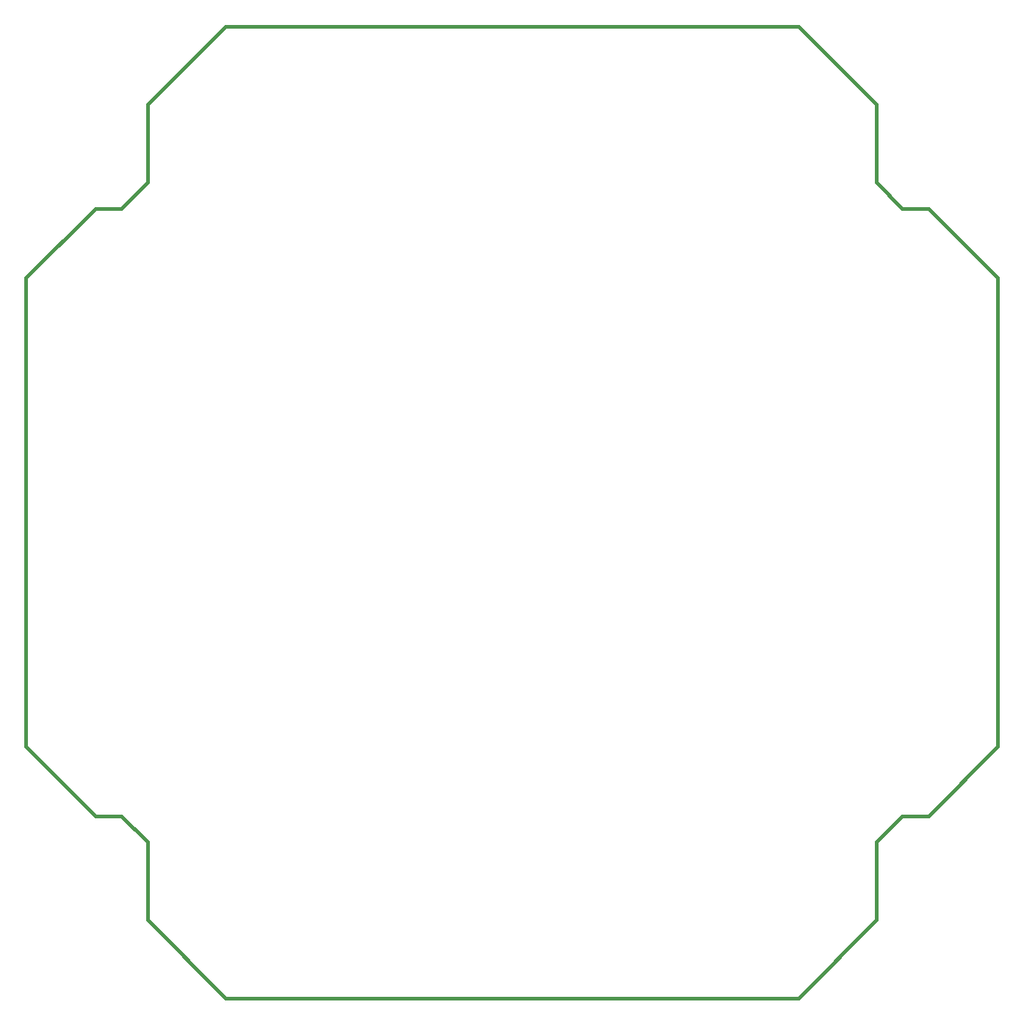
<source format=gbr>
G04 (created by PCBNEW-RS274X (2012-01-19 BZR 3256)-stable) date Fri 19 Oct 2012 08:46:26 AM MSK*
G01*
G70*
G90*
%MOIN*%
G04 Gerber Fmt 3.4, Leading zero omitted, Abs format*
%FSLAX34Y34*%
G04 APERTURE LIST*
%ADD10C,0.006000*%
%ADD11C,0.015000*%
G04 APERTURE END LIST*
G54D10*
G54D11*
X69685Y-62992D02*
X56693Y-62992D01*
X73228Y-59449D02*
X69685Y-62992D01*
X73228Y-55905D02*
X73228Y-59449D01*
X74409Y-54724D02*
X73228Y-55905D01*
X74803Y-54724D02*
X74409Y-54724D01*
X75591Y-54724D02*
X74803Y-54724D01*
X78740Y-51575D02*
X75591Y-54724D01*
X78740Y-30314D02*
X78740Y-51575D01*
X75591Y-27165D02*
X78740Y-30314D01*
X74409Y-27165D02*
X75591Y-27165D01*
X73228Y-25984D02*
X74409Y-27165D01*
X73228Y-22441D02*
X73228Y-25984D01*
X69685Y-18898D02*
X73228Y-22441D01*
X43700Y-18898D02*
X69685Y-18898D01*
X40157Y-22441D02*
X43700Y-18898D01*
X40157Y-25985D02*
X40157Y-22441D01*
X38976Y-27166D02*
X40157Y-25985D01*
X37795Y-27166D02*
X38976Y-27166D01*
X34646Y-30315D02*
X37795Y-27166D01*
X34646Y-51575D02*
X34646Y-30315D01*
X37795Y-54724D02*
X34646Y-51575D01*
X38976Y-54724D02*
X37795Y-54724D01*
X40158Y-55906D02*
X38976Y-54724D01*
X40158Y-59449D02*
X40158Y-55906D01*
X43701Y-62992D02*
X40158Y-59449D01*
X56693Y-62992D02*
X43701Y-62992D01*
M02*

</source>
